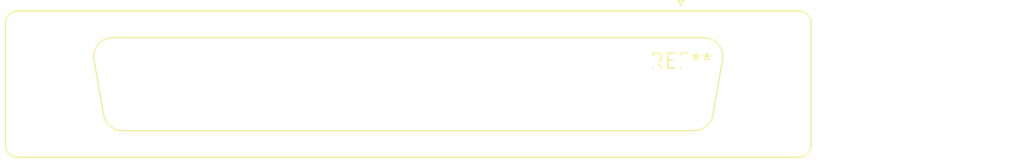
<source format=kicad_pcb>
(kicad_pcb (version 20240108) (generator pcbnew)
  (layers (0 "F.Cu" signal) (31 "B.Cu" signal) (34 "B.Paste" user) (35 "F.Paste" user) (36 "B.SilkS" user "B.Silkscreen") (37 "F.SilkS" user "F.Silkscreen") (38 "B.Mask" user) (39 "F.Mask" user) (44 "Edge.Cuts" user))
  (net 0 "")
  (footprint "DSUB-62-HD_Female_Vertical_P2.41x1.98mm_MountingHoles" (layer "F.Cu") (at 0 0)
    (property "Reference" "REF**")
    (property "Value" "DSUB-62-HD_Female_Vertical_P2.41x1.98mm_MountingHoles")
    (fp_line (start -58.305 7.23) (end -58.305 -3.27) (layer "F.SilkS") (stroke (width 0.12)))
    (fp_line (start -57.245 -4.33) (end 10.155 -4.33) (layer "F.SilkS") (stroke (width 0.12)))
    (fp_line (start -50.66147 -0.081744) (end -49.832733 4.618256) (layer "F.SilkS") (stroke (width 0.12)))
    (fp_line (start -49.026689 -2.03) (end 1.936689 -2.03) (layer "F.SilkS") (stroke (width 0.12)))
    (fp_line (start -48.197952 5.99) (end 1.107952 5.99) (layer "F.SilkS") (stroke (width 0.12)))
    (fp_line (start -0.25 -5.224338) (end 0.25 -5.224338) (layer "F.SilkS") (stroke (width 0.12)))
    (fp_line (start 0 -4.791325) (end -0.25 -5.224338) (layer "F.SilkS") (stroke (width 0.12)))
    (fp_line (start 0.25 -5.224338) (end 0 -4.791325) (layer "F.SilkS") (stroke (width 0.12)))
    (fp_line (start 3.57147 -0.081744) (end 2.742733 4.618256) (layer "F.SilkS") (stroke (width 0.12)))
    (fp_line (start 10.155 8.29) (end -57.245 8.29) (layer "F.SilkS") (stroke (width 0.12)))
    (fp_line (start 11.215 -3.27) (end 11.215 7.23) (layer "F.SilkS") (stroke (width 0.12)))
    (fp_arc (start -58.305 -3.27) (mid -57.994533 -4.019533) (end -57.245 -4.33) (layer "F.SilkS") (stroke (width 0.12)))
    (fp_arc (start -57.245 8.29) (mid -57.994533 7.979533) (end -58.305 7.23) (layer "F.SilkS") (stroke (width 0.12)))
    (fp_arc (start -50.66147 -0.081744) (mid -50.298323 -1.437028) (end -49.026689 -2.03) (layer "F.SilkS") (stroke (width 0.12)))
    (fp_arc (start -48.197952 5.99) (mid -49.264979 5.601634) (end -49.832733 4.618256) (layer "F.SilkS") (stroke (width 0.12)))
    (fp_arc (start 1.936689 -2.03) (mid 3.208323 -1.437027) (end 3.57147 -0.081744) (layer "F.SilkS") (stroke (width 0.12)))
    (fp_arc (start 2.742733 4.618256) (mid 2.17498 5.601634) (end 1.107952 5.99) (layer "F.SilkS") (stroke (width 0.12)))
    (fp_arc (start 10.155 -4.33) (mid 10.904533 -4.019533) (end 11.215 -3.27) (layer "F.SilkS") (stroke (width 0.12)))
    (fp_arc (start 11.215 7.23) (mid 10.904533 7.979533) (end 10.155 8.29) (layer "F.SilkS") (stroke (width 0.12)))
    (pad "0" thru_hole circle (at -55.295 1.98) (size 4 4) (drill 3.2) (layers *.Cu *.Mask) (remove_unused_layers))
    (pad "0" thru_hole circle (at 8.205 1.98) (size 4 4) (drill 3.2) (layers *.Cu *.Mask) (remove_unused_layers))
    (pad "1" thru_hole rect (at 0 0) (size 1.6 1.6) (drill 1) (layers *.Cu *.Mask) (remove_unused_layers))
    (pad "2" thru_hole circle (at -2.41 0) (size 1.6 1.6) (drill 1) (layers *.Cu *.Mask) (remove_unused_layers))
    (pad "3" thru_hole circle (at -4.82 0) (size 1.6 1.6) (drill 1) (layers *.Cu *.Mask) (remove_unused_layers))
    (pad "4" thru_hole circle (at -7.23 0) (size 1.6 1.6) (drill 1) (layers *.Cu *.Mask) (remove_unused_layers))
    (pad "5" thru_hole circle (at -9.64 0) (size 1.6 1.6) (drill 1) (layers *.Cu *.Mask) (remove_unused_layers))
    (pad "6" thru_hole circle (at -12.05 0) (size 1.6 1.6) (drill 1) (layers *.Cu *.Mask) (remove_unused_layers))
    (pad "7" thru_hole circle (at -14.46 0) (size 1.6 1.6) (drill 1) (layers *.Cu *.Mask) (remove_unused_layers))
    (pad "8" thru_hole circle (at -16.87 0) (size 1.6 1.6) (drill 1) (layers *.Cu *.Mask) (remove_unused_layers))
    (pad "9" thru_hole circle (at -19.28 0) (size 1.6 1.6) (drill 1) (layers *.Cu *.Mask) (remove_unused_layers))
    (pad "10" thru_hole circle (at -21.69 0) (size 1.6 1.6) (drill 1) (layers *.Cu *.Mask) (remove_unused_layers))
    (pad "11" thru_hole circle (at -24.1 0) (size 1.6 1.6) (drill 1) (layers *.Cu *.Mask) (remove_unused_layers))
    (pad "12" thru_hole circle (at -26.51 0) (size 1.6 1.6) (drill 1) (layers *.Cu *.Mask) (remove_unused_layers))
    (pad "13" thru_hole circle (at -28.92 0) (size 1.6 1.6) (drill 1) (layers *.Cu *.Mask) (remove_unused_layers))
    (pad "14" thru_hole circle (at -31.33 0) (size 1.6 1.6) (drill 1) (layers *.Cu *.Mask) (remove_unused_layers))
    (pad "15" thru_hole circle (at -33.74 0) (size 1.6 1.6) (drill 1) (layers *.Cu *.Mask) (remove_unused_layers))
    (pad "16" thru_hole circle (at -36.15 0) (size 1.6 1.6) (drill 1) (layers *.Cu *.Mask) (remove_unused_layers))
    (pad "17" thru_hole circle (at -38.56 0) (size 1.6 1.6) (drill 1) (layers *.Cu *.Mask) (remove_unused_layers))
    (pad "18" thru_hole circle (at -40.97 0) (size 1.6 1.6) (drill 1) (layers *.Cu *.Mask) (remove_unused_layers))
    (pad "19" thru_hole circle (at -43.38 0) (size 1.6 1.6) (drill 1) (layers *.Cu *.Mask) (remove_unused_layers))
    (pad "20" thru_hole circle (at -45.79 0) (size 1.6 1.6) (drill 1) (layers *.Cu *.Mask) (remove_unused_layers))
    (pad "21" thru_hole circle (at -48.2 0) (size 1.6 1.6) (drill 1) (layers *.Cu *.Mask) (remove_unused_layers))
    (pad "22" thru_hole circle (at 1.205 1.98) (size 1.6 1.6) (drill 1) (layers *.Cu *.Mask) (remove_unused_layers))
    (pad "23" thru_hole circle (at -1.205 1.98) (size 1.6 1.6) (drill 1) (layers *.Cu *.Mask) (remove_unused_layers))
    (pad "24" thru_hole circle (at -3.615 1.98) (size 1.6 1.6) (drill 1) (layers *.Cu *.Mask) (remove_unused_layers))
    (pad "25" thru_hole circle (at -6.025 1.98) (size 1.6 1.6) (drill 1) (layers *.Cu *.Mask) (remove_unused_layers))
    (pad "26" thru_hole circle (at -8.435 1.98) (size 1.6 1.6) (drill 1) (layers *.Cu *.Mask) (remove_unused_layers))
    (pad "27" thru_hole circle (at -10.845 1.98) (size 1.6 1.6) (drill 1) (layers *.Cu *.Mask) (remove_unused_layers))
    (pad "28" thru_hole circle (at -13.255 1.98) (size 1.6 1.6) (drill 1) (layers *.Cu *.Mask) (remove_unused_layers))
    (pad "29" thru_hole circle (at -15.665 1.98) (size 1.6 1.6) (drill 1) (layers *.Cu *.Mask) (remove_unused_layers))
    (pad "30" thru_hole circle (at -18.075 1.98) (size 1.6 1.6) (drill 1) (layers *.Cu *.Mask) (remove_unused_layers))
    (pad "31" thru_hole circle (at -20.485 1.98) (size 1.6 1.6) (drill 1) (layers *.Cu *.Mask) (remove_unused_layers))
    (pad "32" thru_hole circle (at -22.895 1.98) (size 1.6 1.6) (drill 1) (layers *.Cu *.Mask) (remove_unused_layers))
    (pad "33" thru_hole circle (at -25.305 1.98) (size 1.6 1.6) (drill 1) (layers *.Cu *.Mask) (remove_unused_layers))
    (pad "34" thru_hole circle (at -27.715 1.98) (size 1.6 1.6) (drill 1) (layers *.Cu *.Mask) (remove_unused_layers))
    (pad "35" thru_hole circle (at -30.125 1.98) (size 1.6 1.6) (drill 1) (layers *.Cu *.Mask) (remove_unused_layers))
    (pad "36" thru_hole circle (at -32.535 1.98) (size 1.6 1.6) (drill 1) (layers *.Cu *.Mask) (remove_unused_layers))
    (pad "37" thru_hole circle (at -34.945 1.98) (size 1.6 1.6) (drill 1) (layers *.Cu *.Mask) (remove_unused_layers))
    (pad "38" thru_hole circle (at -37.355 1.98) (size 1.6 1.6) (drill 1) (layers *.Cu *.Mask) (remove_unused_layers))
    (pad "39" thru_hole circle (at -39.765 1.98) (size 1.6 1.6) (drill 1) (layers *.Cu *.Mask) (remove_unused_layers))
    (pad "40" thru_hole circle (at -42.175 1.98) (size 1.6 1.6) (drill 1) (layers *.Cu *.Mask) (remove_unused_layers))
    (pad "41" thru_hole circle (at -44.585 1.98) (size 1.6 1.6) (drill 1) (layers *.Cu *.Mask) (remove_unused_layers))
    (pad "42" thru_hole circle (at -46.995 1.98) (size 1.6 1.6) (drill 1) (layers *.Cu *.Mask) (remove_unused_layers))
    (pad "43" thru_hole circle (at 0 3.96) (size 1.6 1.6) (drill 1) (layers *.Cu *.Mask) (remove_unused_layers))
    (pad "44" thru_hole circle (at -2.41 3.96) (size 1.6 1.6) (drill 1) (layers *.Cu *.Mask) (remove_unused_layers))
    (pad "45" thru_hole circle (at -4.82 3.96) (size 1.6 1.6) (drill 1) (layers *.Cu *.Mask) (remove_unused_layers))
    (pad "46" thru_hole circle (at -7.23 3.96) (size 1.6 1.6) (drill 1) (layers *.Cu *.Mask) (remove_unused_layers))
    (pad "47" thru_hole circle (at -9.64 3.96) (size 1.6 1.6) (drill 1) (layers *.Cu *.Mask) (remove_unused_layers))
    (pad "48" thru_hole circle (at -12.05 3.96) (size 1.6 1.6) (drill 1) (layers *.Cu *.Mask) (remove_unused_layers))
    (pad "49" thru_hole circle (at -14.46 3.96) (size 1.6 1.6) (drill 1) (layers *.Cu *.Mask) (remove_unused_layers))
    (pad "50" thru_hole circle (at -16.87 3.96) (size 1.6 1.6) (drill 1) (layers *.Cu *.Mask) (remove_unused_layers))
    (pad "51" thru_hole circle (at -19.28 3.96) (size 1.6 1.6) (drill 1) (layers *.Cu *.Mask) (remove_unused_layers))
    (pad "52" thru_hole circle (at -21.69 3.96) (size 1.6 1.6) (drill 1) (layers *.Cu *.Mask) (remove_unused_layers))
    (pad "53" thru_hole circle (at -24.1 3.96) (size 1.6 1.6) (drill 1) (layers *.Cu *.Mask) (remove_unused_layers))
    (pad "54" thru_hole circle (at -26.51 3.96) (size 1.6 1.6) (drill 1) (layers *.Cu *.Mask) (remove_unused_layers))
    (pad "55" thru_hole circle (at -28.92 3.96) (size 1.6 1.6) (drill 1) (layers *.Cu *.Mask) (remove_unused_layers))
    (pad "56" thru_hole circle (at -31.33 3.96) (size 1.6 1.6) (drill 1) (layers *.Cu *.Mask) (remove_unused_layers))
    (pad "57" thru_hole circle (at -33.74 3.96) (size 1.6 1.6) (drill 1) (layers *.Cu *.Mask) (remove_unused_layers))
    (pad "58" thru_hole circle (at -36.15 3.96) (size 1.6 1.6) (drill 1) (layers *.Cu *.Mask) (remove_unused_layers))
    (pad "59" thru_hole circle (at -38.56 3.96) (size 1.6 1.6) (drill 1) (layers *.Cu *.Mask) (remove_unused_layers))
    (pad "60" thru_hole circle (at -40.97 3.96) (size 1.6 1.6) (drill 1) (layers *.Cu *.Mask) (remove_unused_layers))
    (pad "61" thru_hole circle (at -43.38 3.96) (size 1.6 1.6) (drill 1) (layers *.Cu *.Mask) (remove_unused_layers))
    (pad "62" thru_hole circle (at -45.79 3.96) (size 1.6 1.6) (drill 1) (layers *.Cu *.Mask) (remove_unused_layers))
  )
)
</source>
